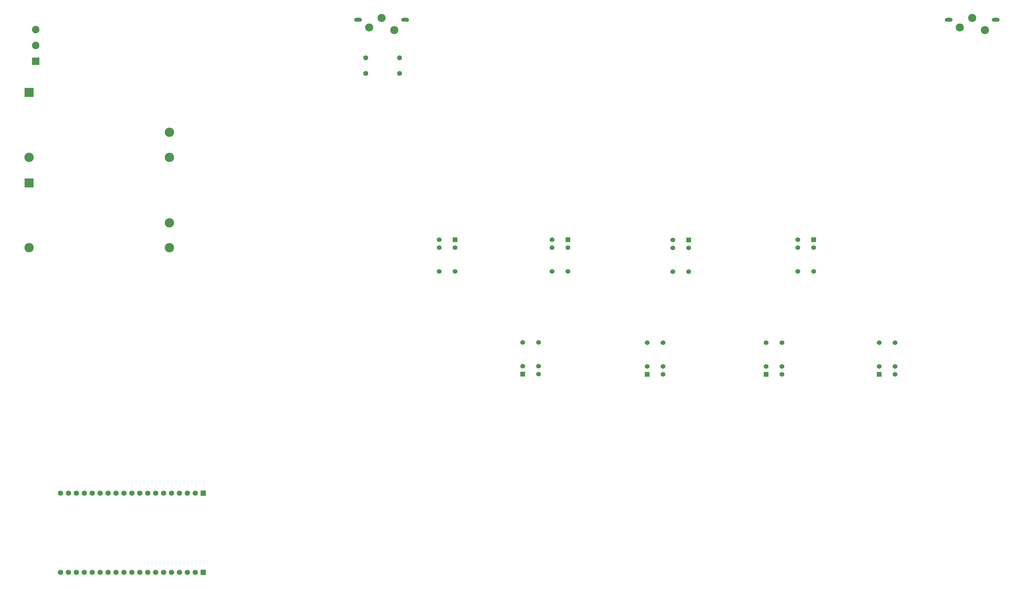
<source format=gbr>
%TF.GenerationSoftware,KiCad,Pcbnew,9.0.5*%
%TF.CreationDate,2025-11-19T13:11:48+02:00*%
%TF.ProjectId,KICAD PEQ,4b494341-4420-4504-9551-2e6b69636164,rev?*%
%TF.SameCoordinates,Original*%
%TF.FileFunction,Soldermask,Bot*%
%TF.FilePolarity,Negative*%
%FSLAX46Y46*%
G04 Gerber Fmt 4.6, Leading zero omitted, Abs format (unit mm)*
G04 Created by KiCad (PCBNEW 9.0.5) date 2025-11-19 13:11:48*
%MOMM*%
%LPD*%
G01*
G04 APERTURE LIST*
G04 Aperture macros list*
%AMRoundRect*
0 Rectangle with rounded corners*
0 $1 Rounding radius*
0 $2 $3 $4 $5 $6 $7 $8 $9 X,Y pos of 4 corners*
0 Add a 4 corners polygon primitive as box body*
4,1,4,$2,$3,$4,$5,$6,$7,$8,$9,$2,$3,0*
0 Add four circle primitives for the rounded corners*
1,1,$1+$1,$2,$3*
1,1,$1+$1,$4,$5*
1,1,$1+$1,$6,$7*
1,1,$1+$1,$8,$9*
0 Add four rect primitives between the rounded corners*
20,1,$1+$1,$2,$3,$4,$5,0*
20,1,$1+$1,$4,$5,$6,$7,0*
20,1,$1+$1,$6,$7,$8,$9,0*
20,1,$1+$1,$8,$9,$2,$3,0*%
G04 Aperture macros list end*
%ADD10O,2.540000X1.270000*%
%ADD11O,2.601600X2.601600*%
%ADD12R,1.524000X1.524000*%
%ADD13C,1.524000*%
%ADD14R,3.000000X3.000000*%
%ADD15C,3.000000*%
%ADD16R,1.700000X1.700000*%
%ADD17C,1.700000*%
%ADD18C,1.600000*%
%ADD19RoundRect,0.250001X0.949999X-0.949999X0.949999X0.949999X-0.949999X0.949999X-0.949999X-0.949999X0*%
%ADD20C,2.400000*%
G04 APERTURE END LIST*
D10*
%TO.C,J4*%
X173248295Y-48244433D03*
X158197497Y-48244433D03*
D11*
X169735000Y-51525200D03*
X165735000Y-47625000D03*
X161735000Y-50725100D03*
%TD*%
D12*
%TO.C,K5*%
X225425000Y-118745000D03*
D13*
X220345000Y-118745000D03*
X225425000Y-121285000D03*
X220345000Y-121285000D03*
X225425000Y-128905000D03*
X220345000Y-128905000D03*
%TD*%
D12*
%TO.C,K4*%
X250825000Y-161925000D03*
D13*
X255905000Y-161925000D03*
X250825000Y-159385000D03*
X255905000Y-159385000D03*
X250825000Y-151765000D03*
X255905000Y-151765000D03*
%TD*%
D14*
%TO.C,PS2*%
X52757332Y-100521176D03*
D15*
X52757332Y-121321176D03*
X97757332Y-121321176D03*
X97757332Y-113321176D03*
%TD*%
D16*
%TO.C,J3*%
X108580000Y-225425000D03*
D17*
X106040000Y-225425000D03*
X103500000Y-225425000D03*
X100960000Y-225425000D03*
X98420000Y-225425000D03*
X95880000Y-225425000D03*
X93340000Y-225425000D03*
X90800000Y-225425000D03*
X88260000Y-225425000D03*
X85720000Y-225425000D03*
X83180000Y-225425000D03*
X80640000Y-225425000D03*
X78100000Y-225425000D03*
X75560000Y-225425000D03*
X73020000Y-225425000D03*
X70480000Y-225425000D03*
X67940000Y-225425000D03*
X65400000Y-225425000D03*
X62860000Y-225425000D03*
%TD*%
D12*
%TO.C,K6*%
X288925000Y-161925000D03*
D13*
X294005000Y-161925000D03*
X288925000Y-159385000D03*
X294005000Y-159385000D03*
X288925000Y-151765000D03*
X294005000Y-151765000D03*
%TD*%
D12*
%TO.C,K2*%
X210895300Y-161843600D03*
D13*
X215975300Y-161843600D03*
X210895300Y-159303600D03*
X215975300Y-159303600D03*
X210895300Y-151683600D03*
X215975300Y-151683600D03*
%TD*%
D14*
%TO.C,PS1*%
X52757332Y-71536176D03*
D15*
X52757332Y-92336176D03*
X97757332Y-92336176D03*
X97757332Y-84336176D03*
%TD*%
D12*
%TO.C,K7*%
X189230000Y-118745000D03*
D13*
X184150000Y-118745000D03*
X189230000Y-121285000D03*
X184150000Y-121285000D03*
X189230000Y-128905000D03*
X184150000Y-128905000D03*
%TD*%
D10*
%TO.C,J5*%
X362478295Y-48244433D03*
X347427497Y-48244433D03*
D11*
X358965000Y-51525200D03*
X354965000Y-47625000D03*
X350965000Y-50725100D03*
%TD*%
D16*
%TO.C,J2*%
X108580000Y-200025000D03*
D17*
X106040000Y-200025000D03*
X103500000Y-200025000D03*
X100960000Y-200025000D03*
X98420000Y-200025000D03*
X95880000Y-200025000D03*
X93340000Y-200025000D03*
X90800000Y-200025000D03*
X88260000Y-200025000D03*
X85720000Y-200025000D03*
X83180000Y-200025000D03*
X80640000Y-200025000D03*
X78100000Y-200025000D03*
X75560000Y-200025000D03*
X73020000Y-200025000D03*
X70480000Y-200025000D03*
X67940000Y-200025000D03*
X65400000Y-200025000D03*
X62860000Y-200025000D03*
%TD*%
D18*
%TO.C,C128*%
X160655000Y-60405000D03*
X160655000Y-65405000D03*
%TD*%
D12*
%TO.C,K1*%
X304165000Y-118745000D03*
D13*
X299085000Y-118745000D03*
X304165000Y-121285000D03*
X299085000Y-121285000D03*
X304165000Y-128905000D03*
X299085000Y-128905000D03*
%TD*%
D12*
%TO.C,K8*%
X325120000Y-161925000D03*
D13*
X330200000Y-161925000D03*
X325120000Y-159385000D03*
X330200000Y-159385000D03*
X325120000Y-151765000D03*
X330200000Y-151765000D03*
%TD*%
D19*
%TO.C,J1*%
X54877332Y-61488676D03*
D20*
X54877332Y-56408676D03*
X54877332Y-51328676D03*
%TD*%
D12*
%TO.C,K3*%
X264084700Y-118826400D03*
D13*
X259004700Y-118826400D03*
X264084700Y-121366400D03*
X259004700Y-121366400D03*
X264084700Y-128986400D03*
X259004700Y-128986400D03*
%TD*%
D18*
%TO.C,C129*%
X171450000Y-60405000D03*
X171450000Y-65405000D03*
%TD*%
M02*

</source>
